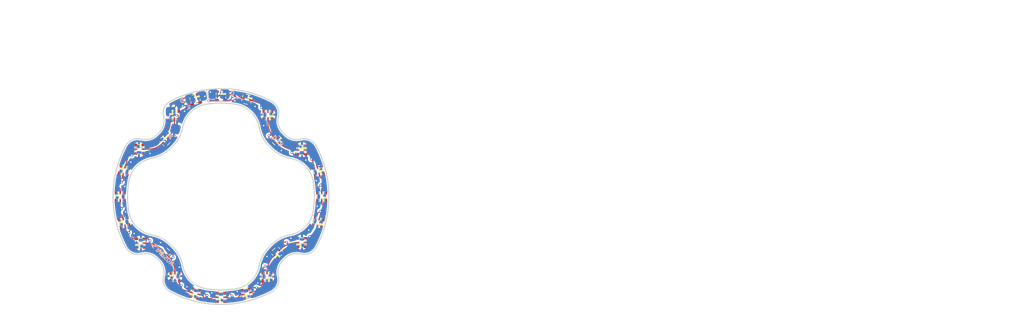
<source format=kicad_pcb>
(kicad_pcb (version 20221018) (generator pcbnew)
  (title_block (title "SPE Tube Interior Lighting") (date "2023-08-09") (rev "V1.0") (comment 1 "Intended to press-fit into bulkhead") (comment 2 "Should be used with 3D printed light guide/diffuser"))
  (layers (0 "F.Cu" signal) (31 "B.Cu" signal) (34 "B.Paste" user) (35 "F.Paste" user) (36 "B.SilkS" user "B.Silkscreen") (37 "F.SilkS" user "F.Silkscreen") (38 "B.Mask" user) (39 "F.Mask" user) (44 "Edge.Cuts" user))
  (net 0 "")
  (net 1 "GND")
  (net 2 "Net-(P2-P1)")
  (net 3 "Net-(P3-P1)")
  (net 4 "+3.3V")
  (net 5 "Net-(U1-CK0)")
  (net 6 "Net-(U1-SDO)")
  (net 7 "Net-(U2-CK0)")
  (net 8 "Net-(U2-SDO)")
  (net 9 "Net-(U3-CK0)")
  (net 10 "Net-(U3-SDO)")
  (net 11 "Net-(U4-CK0)")
  (net 12 "Net-(U4-SDO)")
  (net 13 "Net-(U5-CK0)")
  (net 14 "Net-(U5-SDO)")
  (net 15 "Net-(U6-CK0)")
  (net 16 "Net-(U6-SDO)")
  (net 17 "Net-(U7-CK0)")
  (net 18 "Net-(U7-SDO)")
  (net 19 "Net-(U8-CK0)")
  (net 20 "Net-(U8-SDO)")
  (net 21 "Net-(U10-CKI)")
  (net 22 "Net-(U10-SDI)")
  (net 23 "Net-(U10-CK0)")
  (net 24 "Net-(U10-SDO)")
  (net 25 "Net-(U11-CK0)")
  (net 26 "Net-(U11-SDO)")
  (net 27 "Net-(U12-CK0)")
  (net 28 "Net-(U12-SDO)")
  (net 29 "Net-(U13-CK0)")
  (net 30 "Net-(U13-SDO)")
  (net 31 "Net-(U14-CK0)")
  (net 32 "Net-(U14-SDO)")
  (net 33 "Net-(U15-CK0)")
  (net 34 "Net-(U15-SDO)")
  (net 35 "Net-(U16-CK0)")
  (net 36 "Net-(U16-SDO)")
  (net 37 "Net-(U17-CK0)")
  (net 38 "Net-(U17-SDO)")
  (net 39 "Net-(U18-CK0)")
  (net 40 "Net-(U18-SDO)")
  (net 41 "Net-(U19-CK0)")
  (net 42 "Net-(U19-SDO)")
  (net 43 "Net-(U20-CK0)")
  (net 44 "Net-(U20-SDO)")
  (net 45 "Net-(U21-CK0)")
  (net 46 "Net-(U21-SDO)")
  (net 47 "Net-(U22-CK0)")
  (net 48 "Net-(U22-SDO)")
  (net 49 "Net-(U23-CK0)")
  (net 50 "Net-(U23-SDO)")
  (net 51 "Net-(P5-P1)")
  (net 52 "Net-(P6-P1)")
  (footprint "Applidyne_LED:AP102_200X200X90L" (layer "F.Cu") (at 83.2 109.7 180)
    (fp_text reference "U17" hide)
    (fp_text value "APA102-2020" hide)
  )
  (footprint "Applidyne_LED:AP102_200X200X90L" (layer "F.Cu") (at 111.7 88.3 -45)
    (fp_text reference "U4" hide)
    (fp_text value "APA102-2020" hide)
  )
  (footprint "Applidyne_LED:AP102_200X200X90L" (layer "F.Cu") (at 120.3 94.6 -75)
    (fp_text reference "U6" hide)
    (fp_text value "APA102-2020" hide)
  )
  (footprint "Applidyne_LED:AP102_200X200X90L" (layer "F.Cu") (at 121 100 -90)
    (fp_text reference "U7" hide)
    (fp_text value "APA102-2020" hide)
  )
  (footprint "Applidyne_LED:AP102_200X200X90L" (layer "F.Cu") (at 88.4 88.3 45)
    (fp_text reference "U22" hide)
    (fp_text value "APA102-2020" hide)
  )
  (footprint "Applidyne_LED:AP102_200X200X90L" (layer "F.Cu") (at 79 100 90)
    (fp_text reference "U19" hide)
    (fp_text value "APA102-2020" hide)
  )
  (footprint "Applidyne_LED:AP102_200X200X90L" (layer "F.Cu") (at 79.8 94.6 75)
    (fp_text reference "U20" hide)
    (fp_text value "APA102-2020" hide)
  )
  (footprint "Applidyne_LED:AP102_200X200X90L" (layer "F.Cu") (at 100 79)
    (fp_text reference "U1" hide)
    (fp_text value "APA102-2020" hide)
  )
  (footprint "Applidyne_LED:AP102_200X200X90L" (layer "F.Cu") (at 90.4 116.7 90)
    (fp_text reference "U15" hide)
    (fp_text value "APA102-2020" hide)
  )
  (footprint "Applidyne_LED:AP102_200X200X90L" (layer "F.Cu") (at 79.8 105.4 105)
    (fp_text reference "U18" hide)
    (fp_text value "APA102-2020" hide)
  )
  (footprint "Applidyne_LED:AP102_200X200X90L" (layer "F.Cu") (at 111.7 111.7 -135)
    (fp_text reference "U10" hide)
    (fp_text value "APA102-2020" hide)
  )
  (footprint "Applidyne_LED:AP102_200X200X90L" (layer "F.Cu") (at 100 121 180)
    (fp_text reference "U13" hide)
    (fp_text value "APA102-2020" hide)
  )
  (footprint "Applidyne_LED:AP102_200X200X90L" (layer "F.Cu") (at 120.3 105.4 -105)
    (fp_text reference "U8" hide)
    (fp_text value "APA102-2020" hide)
  )
  (footprint "Applidyne_LED:AP102_200X200X90L" (layer "F.Cu") (at 109.8 83 -90)
    (fp_text reference "U3" hide)
    (fp_text value "APA102-2020" hide)
  )
  (footprint "Applidyne_LED:AP102_200X200X90L" (layer "F.Cu") (at 83 90.1)
    (fp_text reference "U21" hide)
    (fp_text value "APA102-2020" hide)
  )
  (footprint "Applidyne_LED:AP102_200X200X90L" (layer "F.Cu") (at 105.4 79.7 -15)
    (fp_text reference "U2" hide)
    (fp_text value "APA102-2020" hide)
  )
  (footprint "Applidyne_LED:AP102_200X200X90L" (layer "F.Cu") (at 105.4 120.2 -165)
    (fp_text reference "U12" hide)
    (fp_text value "APA102-2020" hide)
  )
  (footprint "Applidyne_LED:AP102_200X200X90L" (layer "F.Cu") (at 94.6 120.2 165)
    (fp_text reference "U14" hide)
    (fp_text value "APA102-2020" hide)
  )
  (footprint "Applidyne_LED:AP102_200X200X90L" (layer "F.Cu") (at 88.3 111.7 135)
    (fp_text reference "U16" hide)
    (fp_text value "APA102-2020" hide)
  )
  (footprint "Applidyne_LED:AP102_200X200X90L" (layer "F.Cu") (at 90.3 83 90)
    (fp_text reference "U23" hide)
    (fp_text value "APA102-2020" hide)
  )
  (footprint "Applidyne_LED:AP102_200X200X90L" (layer "F.Cu") (at 109.6 116.7 -90)
    (fp_text reference "U11" hide)
    (fp_text value "APA102-2020" hide)
  )
  (footprint "Applidyne_LED:AP102_200X200X90L" (layer "F.Cu") (at 116.8 109.6 180)
    (fp_text reference "U9" hide)
    (fp_text value "APA102-2020" hide)
  )
  (footprint "Applidyne_LED:AP102_200X200X90L" (layer "F.Cu") (at 94.6 79.7 15)
    (fp_text reference "U24" hide)
    (fp_text value "APA102-2020" hide)
  )
  (footprint "Applidyne_LED:AP102_200X200X90L" (layer "F.Cu") (at 116.8 90.3)
    (fp_text reference "U5" hide)
    (fp_text value "APA102-2020" hide)
  )
  (footprint "Applidyne_Capacitor:CAPC1608X90L" (layer "B.Cu") (at 100 121 -90)
    (fp_text reference "C13" hide)
    (fp_text value "100n_X7R_1608M" hide)
  )
  (footprint "Applidyne_Capacitor:CAPC1608X90L" (layer "B.Cu") (at 79.8 105.5 -165)
    (fp_text reference "C18" hide)
    (fp_text value "100n_X7R_1608M" hide)
  )
  (footprint "Applidyne_Connector:PAD_SOLDER_2mm_SQUARE" (layer "B.Cu") (at 100.8 78.65 178)
    (fp_text reference "P2" hide)
    (fp_text value "PAD_SOLDER_2mm" hide)
  )
  (footprint "Applidyne_Capacitor:CAPC1608X90L" (layer "B.Cu") (at 109.6 116.7)
    (fp_text reference "C11" hide)
    (fp_text value "100n_X7R_1608M" hide)
  )
  (footprint "Applidyne_Capacitor:CAPC1608X90L" (layer "B.Cu") (at 121 100)
    (fp_text reference "C7" hide)
    (fp_text value "100n_X7R_1608M" hide)
  )
  (footprint "Applidyne_Capacitor:CAPC1608X90L" (layer "B.Cu") (at 82.9 90.2 90)
    (fp_text reference "C21" hide)
    (fp_text value "100n_X7R_1608M" hide)
  )
  (footprint "Applidyne_Connector:PAD_SOLDER_2mm_SQUARE" (layer "B.Cu") (at 96 79.05 10)
    (fp_text reference "P6" hide)
    (fp_text value "PAD_SOLDER_2mm" hide)
  )
  (footprint "Applidyne_Capacitor:CAPC1608X90L" (layer "B.Cu") (at 79 100 180)
    (fp_text reference "C19" hide)
    (fp_text value "100n_X7R_1608M" hide)
  )
  (footprint "Applidyne_Capacitor:CAPC1608X90L" (layer "B.Cu") (at 94.6 120.2 -105)
    (fp_text reference "C14" hide)
    (fp_text value "100n_X7R_1608M" hide)
  )
  (footprint "Applidyne_Capacitor:CAPC1608X90L" (layer "B.Cu") (at 109.8 82.9)
    (fp_text reference "C3" hide)
    (fp_text value "100n_X7R_1608M" hide)
  )
  (footprint "Applidyne_Capacitor:CAPC1608X90L" (layer "B.Cu") (at 90.4 116.6 180)
    (fp_text reference "C15" hide)
    (fp_text value "100n_X7R_1608M" hide)
  )
  (footprint "Applidyne_Connector:PAD_SOLDER_2mm_SQUARE" (layer "B.Cu") (at 90.5 85.9 165)
    (fp_text reference "P4" hide)
    (fp_text value "PAD_SOLDER_2mm" hide)
  )
  (footprint "Applidyne_Capacitor:CAPC1608X90L" (layer "B.Cu") (at 105.4 120.3 -75)
    (fp_text reference "C12" hide)
    (fp_text value "100n_X7R_1608M" hide)
  )
  (footprint "Applidyne_Connector:PAD_SOLDER_2mm_SQUARE" (layer "B.Cu") (at 89.5 82.3 180)
    (fp_text reference "P1" hide)
    (fp_text value "PAD_SOLDER_2mm" hide)
  )
  (footprint "Applidyne_Capacitor:CAPC1608X90L" (layer "B.Cu") (at 83.3 109.7 -90)
    (fp_text reference "C17" hide)
    (fp_text value "100n_X7R_1608M" hide)
  )
  (footprint "Applidyne_Connector:PAD_SOLDER_2mm_SQUARE" (layer "B.Cu") (at 93.6 79.65 15)
    (fp_text reference "P5" hide)
    (fp_text value "PAD_SOLDER_2mm" hide)
  )
  (footprint "Applidyne_Capacitor:CAPC1608X90L" (layer "B.Cu") (at 116.9 109.5 -90)
    (fp_text reference "C9" hide)
    (fp_text value "100n_X7R_1608M" hide)
  )
  (footprint "Applidyne_Capacitor:CAPC1608X90L" (layer "B.Cu") (at 120.3 94.8 15)
    (fp_text reference "C6" hide)
    (fp_text value "100n_X7R_1608M" hide)
  )
  (footprint "Applidyne_Capacitor:CAPC1608X90L" (layer "B.Cu") (at 116.9 90.2 90)
    (fp_text reference "C5" hide)
    (fp_text value "100n_X7R_1608M" hide)
  )
  (footprint "Applidyne_Capacitor:CAPC1608X90L" (layer "B.Cu") (at 79.8 94.7 165)
    (fp_text reference "C20" hide)
    (fp_text value "100n_X7R_1608M" hide)
  )
  (footprint "Applidyne_Capacitor:CAPC1608X90L" (layer "B.Cu") (at 120.2 105.3 -15)
    (fp_text reference "C8" hide)
    (fp_text value "100n_X7R_1608M" hide)
  )
  (footprint "Applidyne_Connector:PAD_SOLDER_2mm_SQUARE" (layer "B.Cu") (at 98.4 78.65 5)
    (fp_text reference "P3" hide)
    (fp_text value "PAD_SOLDER_2mm" hide)
  )
  (gr_line (start 93.175 81.375) (end 93.525 81.425) (stroke (width 0.15)) (layer "B.SilkS"))
  (gr_line (start 103.325 79.225) (end 103.575 79.475) (stroke (width 0.15)) (layer "B.SilkS"))
  (gr_line (start 97.05 77.9) (end 97.45 80.35) (stroke (width 0.15)) (layer "B.SilkS"))
  (gr_line (start 103.575 79.475) (end 103.325 79.225) (stroke (width 0.15)) (layer "B.SilkS"))
  (gr_line (start 102.775 79.475) (end 103.575 79.475) (stroke (width 0.15)) (layer "B.SilkS"))
  (gr_line (start 93.475 81.775) (end 93.525 81.425) (stroke (width 0.15)) (layer "B.SilkS"))
  (gr_line (start 93.525 81.425) (end 92.925 81.925) (stroke (width 0.15)) (layer "B.SilkS"))
  (gr_line (start 92.925 81.925) (end 93.525 81.425) (stroke (width 0.15)) (layer "B.SilkS"))
  (gr_line (start 93.525 81.425) (end 93.475 81.775) (stroke (width 0.15)) (layer "B.SilkS"))
  (gr_line (start 103.575 79.475) (end 103.325 79.725) (stroke (width 0.15)) (layer "B.SilkS"))
  (gr_arc (start 119.864398 110.556726) (mid 118.521399 111.804513) (end 116.694381 111.954938) (stroke (width 0.25)) (layer "Edge.Cuts"))
  (gr_arc (start 87.08216 113.302847) (mid 88.01362 114.865394) (end 88.035062 116.684381) (stroke (width 0.25)) (layer "Edge.Cuts"))
  (gr_arc (start 107.983521 114.433109) (mid 106.264468 117.633862) (end 103.013404 119.255757) (stroke (width 0.25)) (layer "Edge.Cuts"))
  (gr_arc (start 88.035062 83.295619) (mid 88.185497 81.468606) (end 89.433274 80.125602) (stroke (width 0.25)) (layer "Edge.Cuts"))
  (gr_arc (start 111.964938 116.684381) (mid 111.986374 114.865393) (end 112.91784 113.302847) (stroke (width 0.25)) (layer "Edge.Cuts"))
  (gr_arc (start 96.986596 80.724243) (mid 100 80.49) (end 103.013404 80.724243) (stroke (width 0.25)) (layer "Edge.Cuts"))
  (gr_arc (start 89.433274 119.854398) (mid 88.185486 118.511399) (end 88.035062 116.684381) (stroke (width 0.25)) (layer "Edge.Cuts"))
  (gr_arc (start 96.986596 119.255757) (mid 93.735516 117.633879) (end 92.016479 114.433109) (stroke (width 0.25)) (layer "Edge.Cuts"))
  (gr_arc (start 119.265757 96.976596) (mid 119.5 99.99) (end 119.265757 103.003404) (stroke (width 0.25)) (layer "Edge.Cuts"))
  (gr_arc (start 113.312847 112.90784) (mid 114.875394 111.97638) (end 116.694381 111.954938) (stroke (width 0.25)) (layer "Edge.Cuts"))
  (gr_arc (start 89.867678 110.432152) (mid 89.711596 110.278404) (end 89.557848 110.122322) (stroke (width 0.25)) (layer "Edge.Cuts"))
  (gr_arc (start 92.016479 85.546891) (mid 91.252197 87.713925) (end 89.867678 89.547848) (stroke (width 0.25)) (layer "Edge.Cuts"))
  (gr_arc (start 116.694381 88.025062) (mid 114.875393 88.003626) (end 113.312847 87.07216) (stroke (width 0.25)) (layer "Edge.Cuts"))
  (gr_arc (start 114.443109 92.006479) (mid 117.643862 93.725532) (end 119.265757 96.976596) (stroke (width 0.25)) (layer "Edge.Cuts"))
  (gr_arc (start 86.687153 87.07216) (mid 85.124606 88.00362) (end 83.305619 88.025062) (stroke (width 0.25)) (layer "Edge.Cuts"))
  (gr_arc (start 110.566726 119.854398) (mid 100 122.49) (end 89.433274 119.854398) (stroke (width 0.25)) (layer "Edge.Cuts"))
  (gr_arc (start 110.442152 110.122322) (mid 112.27608 108.737813) (end 114.443109 107.973521) (stroke (width 0.25)) (layer "Edge.Cuts"))
  (gr_arc (start 80.135602 89.423274) (mid 81.478601 88.175486) (end 83.305619 88.025062) (stroke (width 0.25)) (layer "Edge.Cuts"))
  (gr_arc (start 89.557848 89.857678) (mid 89.711596 89.701596) (end 89.867678 89.547848) (stroke (width 0.25)) (layer "Edge.Cuts"))
  (gr_arc (start 87.08216 113.302847) (mid 86.883169 113.106831) (end 86.687153 112.90784) (stroke (width 0.25)) (layer "Edge.Cuts"))
  (gr_arc (start 110.566726 80.125602) (mid 111.814509 81.468603) (end 111.964938 83.295619) (stroke (width 0.25)) (layer "Edge.Cuts"))
  (gr_arc (start 85.556891 107.973521) (mid 82.356138 106.254468) (end 80.734243 103.003404) (stroke (width 0.25)) (layer "Edge.Cuts"))
  (gr_arc (start 110.132322 89.547848) (mid 108.747813 87.71392) (end 107.983521 85.546891) (stroke (width 0.25)) (layer "Edge.Cuts"))
  (gr_arc (start 114.443109 92.006479) (mid 112.276075 91.242197) (end 110.442152 89.857678) (stroke (width 0.25)) (layer "Edge.Cuts"))
  (gr_arc (start 86.687153 87.07216) (mid 86.883169 86.873169) (end 87.08216 86.677153) (stroke (width 0.25)) (layer "Edge.Cuts"))
  (gr_arc (start 103.013404 119.255757) (mid 100 119.49) (end 96.986596 119.255757) (stroke (width 0.25)) (layer "Edge.Cuts"))
  (gr_arc (start 107.983521 114.433109) (mid 108.747803 112.266075) (end 110.132322 110.432152) (stroke (width 0.25)) (layer "Edge.Cuts"))
  (gr_arc (start 83.305619 111.954938) (mid 81.478606 111.804503) (end 80.135602 110.556726) (stroke (width 0.25)) (layer "Edge.Cuts"))
  (gr_arc (start 119.265757 103.003404) (mid 117.643879 106.254484) (end 114.443109 107.973521) (stroke (width 0.25)) (layer "Edge.Cuts"))
  (gr_arc (start 89.557848 89.857678) (mid 87.72392 91.242187) (end 85.556891 92.006479) (stroke (width 0.25)) (layer "Edge.Cuts"))
  (gr_arc (start 88.035062 83.295619) (mid 88.013632 85.114609) (end 87.08216 86.677153) (stroke (width 0.25)) (layer "Edge.Cuts"))
  (gr_arc (start 113.312847 112.90784) (mid 113.116831 113.106831) (end 112.91784 113.302847) (stroke (width 0.25)) (layer "Edge.Cuts"))
  (gr_arc (start 110.132322 89.547848) (mid 110.288404 89.701596) (end 110.442152 89.857678) (stroke (width 0.25)) (layer "Edge.Cuts"))
  (gr_arc (start 83.305619 111.954938) (mid 85.124609 111.976368) (end 86.687153 112.90784) (stroke (width 0.25)) (layer "Edge.Cuts"))
  (gr_arc (start 103.013404 80.724243) (mid 106.264484 82.346121) (end 107.983521 85.546891) (stroke (width 0.25)) (layer "Edge.Cuts"))
  (gr_arc (start 111.964938 116.684381) (mid 111.814508 118.511396) (end 110.566726 119.854398) (stroke (width 0.25)) (layer "Edge.Cuts"))
  (gr_arc (start 85.556891 107.973521) (mid 87.723925 108.737803) (end 89.557848 110.122322) (stroke (width 0.25)) (layer "Edge.Cuts"))
  (gr_arc (start 80.734243 96.976596) (mid 82.356121 93.725516) (end 85.556891 92.006479) (stroke (width 0.25)) (layer "Edge.Cuts"))
  (gr_arc (start 92.016479 85.546891) (mid 93.735532 82.346138) (end 96.986596 80.724243) (stroke (width 0.25)) (layer "Edge.Cuts"))
  (gr_arc (start 112.91784 86.677153) (mid 113.116831 86.873169) (end 113.312847 87.07216) (stroke (width 0.25)) (layer "Edge.Cuts"))
  (gr_arc (start 80.734243 103.003404) (mid 80.5 99.99) (end 80.734243 96.976596) (stroke (width 0.25)) (layer "Edge.Cuts"))
  (gr_arc (start 112.91784 86.677153) (mid 111.986374 85.114607) (end 111.964938 83.295619) (stroke (width 0.25)) (layer "Edge.Cuts"))
  (gr_arc (start 110.442152 110.122322) (mid 110.288404 110.278404) (end 110.132322 110.432152) (stroke (width 0.25)) (layer "Edge.Cuts"))
  (gr_arc (start 89.867678 110.432152) (mid 91.252187 112.26608) (end 92.016479 114.433109) (stroke (width 0.25)) (layer "Edge.Cuts"))
  (gr_arc (start 80.135602 110.556726) (mid 77.5 99.99) (end 80.135602 89.423274) (stroke (width 0.25)) (layer "Edge.Cuts"))
  (gr_arc (start 119.864398 89.423274) (mid 122.5 99.99) (end 119.864398 110.556726) (stroke (width 0.25)) (layer "Edge.Cuts"))
  (gr_arc (start 89.433274 80.125602) (mid 100 77.49) (end 110.566726 80.125602) (stroke (width 0.25)) (layer "Edge.Cuts"))
  (gr_arc (start 116.694381 88.025062) (mid 118.521396 88.175492) (end 119.864398 89.423274) (stroke (width 0.25)) (layer "Edge.Cuts"))
  (gr_text "-" (at 89.75 84.25) (layer "B.SilkS") (effects (font (size 1 1) (thickness 0.2) bold) (justify left bottom mirror)))
  (gr_text "+" (at 90.25 88) (layer "B.SilkS") (effects (font (size 1 1) (thickness 0.2) bold) (justify left bottom mirror)))
  (gr_text "S.RAPSON" (at 88.25 111.75 135) (layer "B.SilkS") (effects (font (size 0.8 0.8) (thickness 0.2) bold) (justify bottom mirror)))
  (gr_text "V1.0" (at 111.5 88.75 315) (layer "B.SilkS") (effects (font (size 0.8 0.8) (thickness 0.2) bold) (justify bottom mirror)))
  (gr_text "D" (at 92.5 80.35 15) (layer "B.SilkS") (effects (font (size 0.8 0.8) (thickness 0.2) bold) (justify left bottom mirror)))
  (gr_text "C" (at 102.95 78.9) (layer "B.SilkS") (effects (font (size 0.8 0.8) (thickness 0.2) bold) (justify left bottom mirror)))
  (segment (start 118.5 108.3) (end 118.1 108.7) (width 0.2) (layer "F.Cu") (net 1))
  (segment (start 88.85 89.1) (end 88.8 88.65) (width 0.2) (layer "F.Cu") (net 1))
  (segment (start 95.900663 119.550663) (end 95.653974 119.550663) (width 0.2) (layer "F.Cu") (net 1))
  (segment (start 88.435355 89.537437) (end 88.85 89.1) (width 0.2) (layer "F.Cu") (net 1))
  (segment (start 91.2 83.85) (end 91.2 83.25) (width 0.2) (layer "F.Cu") (net 1))
  (segment (start 91.2 83.25) (end 91 83.05) (width 0.2) (layer "F.Cu") (net 1))
  (segment (start 91 83.05) (end 90.75 83.05) (width 0.2) (layer "F.Cu") (net 1))
  (segment (start 119.9 103.6) (end 119.8 103.949337) (width 0.2) (layer "F.Cu") (net 1))
  (segment (start 79.3 102.5) (end 79.9 101.9) (width 0.2) (layer "F.Cu") (net 1))
  (segment (start 97.45 80.05) (end 97.6 79.9) (width 0.2) (layer "F.Cu") (net 1))
  (segment (start 100.85 120.1) (end 101.7 120.1) (width 0.2) (layer "F.Cu") (net 1))
  (segment (start 119.210671 92.610671) (end 118.8 92.2) (width 0.2) (layer "F.Cu") (net 1))
  (segment (start 80.889329 105.9881) (end 81.1 106.8) (width 0.2) (layer "F.Cu") (net 1))
  (segment (start 119.8 103.949337) (end 119.650663 104.346026) (width 0.2) (layer "F.Cu") (net 1))
  (segment (start 108.7 115.85) (end 108.7 115) (width 0.2) (layer "F.Cu") (net 1))
  (segment (start 97.6 79.9) (end 99.15 79.9) (width 0.2) (layer "F.Cu") (net 1))
  (segment (start 120.8 97.6) (end 120.1 98.3) (width 0.2) (layer "F.Cu") (net 1))
  (segment (start 94.0119 80.789329) (end 92 81.1) (width 0.2) (layer "F.Cu") (net 1))
  (segment (start 106.098771 119) (end 107.4 119) (width 0.2) (layer "F.Cu") (net 1))
  (segment (start 120.1 98.3) (end 120.1 99.15) (width 0.2) (layer "F.Cu") (net 1))
  (segment (start 114.8 90.8) (end 115.2 91.2) (width 0.2) (layer "F.Cu") (net 1))
  (segment (start 80.449337 95.850663) (end 80.449337 95.653974) (width 0.2) (layer "F.Cu") (net 1))
  (segment (start 108.9 82.15) (end 108.9 81.9) (width 0.2) (layer "F.Cu") (net 1))
  (segment (start 104.249337 80.349337) (end 104.346026 80.349337) (width 0.2) (layer "F.Cu") (net 1))
  (segment (start 118.1 108.7) (end 117.65 108.7) (width 0.2) (layer "F.Cu") (net 1))
  (segment (start 119.210671 94.0119) (end 119.210671 92.610671) (width 0.2) (layer "F.Cu") (net 1))
  (segment (start 88.8 88.65) (end 88.1 88.05) (width 0.2) (layer "F.Cu") (net 1))
  (segment (start 97.1 120.6) (end 96.95 120.6) (width 0.2) (layer "F.Cu") (net 1))
  (segment (start 79.3 97) (end 80.449337 95.850663) (width 0.2) (layer "F.Cu") (net 1))
  (segment (start 91.3 117.55) (end 91.3 118.1) (width 0.2) (layer "F.Cu") (net 1))
  (segment (start 84.8 108.8) (end 84.05 108.8) (width 0.2) (layer "F.Cu") (net 1))
  (segment (start 101.7 120.1) (end 102.3 120.7) (width 0.2) (layer "F.Cu") (net 1))
  (segment (start 90 112.127208) (end 89.537437 111.664645) (width 0.2) (layer "F.Cu") (net 1))
  (segment (start 102.5 79.1) (end 103 79.1) (width 0.2) (layer "F.Cu") (net 1))
  (segment (start 81.1 106.8) (end 80.8 107.5) (width 0.2) (layer "F.Cu") (net 1))
  (segment (start 108.9 81.9) (end 108.4 81.4) (width 0.2) (layer "F.Cu") (net 1))
  (segment (start 115.2 91.2) (end 115.95 91.2) (width 0.2) (layer "F.Cu") (net 1))
  (segment (start 113.7 109.5) (end 112.627208 109.5) (width 0.2) (layer "F.Cu") (net 1))
  (segment (start 112.627208 109.5) (end 111.664645 110.462563) (width 0.2) (layer "F.Cu") (net 1))
  (segment (start 90 112.7) (end 90 112.127208) (width 0.2) (layer "F.Cu") (net 1))
  (segment (start 120.7 103.1) (end 119.9 103.6) (width 0.2) (layer "F.Cu") (net 1))
  (segment (start 108.7 115) (end 109.2 114.5) (width 0.2) (layer "F.Cu") (net 1))
  (segment (start 105.9881 119.110671) (end 106.098771 119) (width 0.2) (layer "F.Cu") (net 1))
  (segment (start 85.2 109.2) (end 84.8 108.8) (width 0.2) (layer "F.Cu") (net 1))
  (segment (start 110 87.3) (end 110 87.872792) (width 0.2) (layer "F.Cu") (net 1))
  (segment (start 103 79.1) (end 104.249337 80.349337) (width 0.2) (layer "F.Cu") (net 1))
  (segment (start 110 87.872792) (end 110.462563 88.335355) (width 0.2) (layer "F.Cu") (net 1))
  (segment (start 91.3 118.1) (end 91.7 118.5) (width 0.2) (layer "F.Cu") (net 1))
  (segment (start 79.9 101.9) (end 79.9 100.85) (width 0.2) (layer "F.Cu") (net 1))
  (segment (start 82.15 91) (end 81.4 91.4) (width 0.2) (layer "F.Cu") (net 1))
  (segment (start 96.95 120.6) (end 95.900663 119.550663) (width 0.2) (layer "F.Cu") (net 1))
  (via (at 81.4 91.4) (size 0.5) (drill 0.3) (layers "F.Cu" "B.Cu") (net 1))
  (via (at 91.7 118.5) (size 0.5) (drill 0.3) (layers "F.Cu" "B.Cu") (net 1))
  (via (at 109.2 114.5) (size 0.5) (drill 0.3) (layers "F.Cu" "B.Cu") (net 1))
  (via (at 113.7 109.5) (size 0.5) (drill 0.3) (layers "F.Cu" "B.Cu") (net 1))
  (via (at 102.3 120.7) (size 0.5) (drill 0.3) (layers "F.Cu" "B.Cu") (net 1))
  (via (at 79.3 97) (size 0.5) (drill 0.3) (layers "F.Cu" "B.Cu") (net 1))
  (via (at 110 87.3) (size 0.5) (drill 0.3) (layers "F.Cu" "B.Cu") (net 1))
  (via (at 118.5 108.3) (size 0.5) (drill 0.3) (layers "F.Cu" "B.Cu") (net 1))
  (via (at 97.45 80.05) (size 0.5) (drill 0.3) (layers "F.Cu" "B.Cu") (net 1))
  (via (at 108.4 81.4) (size 0.5) (drill 0.3) (layers "F.Cu" "B.Cu") (net 1))
  (via (at 120.8 97.6) (size 0.5) (drill 0.3) (layers "F.Cu" "B.Cu") (net 1))
  (via (at 118.8 92.2) (size 0.5) (drill 0.3) (layers "F.Cu" "B.Cu") (net 1))
  (via (at 97.1 120.6) (size 0.5) (drill 0.3) (layers "F.Cu" "B.Cu") (net 1))
  (via (at 107.4 119) (size 0.5) (drill 0.3) (layers "F.Cu" "B.Cu") (net 1))
  (via (at 90 112.7) (size 0.5) (drill 0.3) (layers "F.Cu" "B.Cu") (net 1))
  (via (at 88.1 88.05) (size 0.5) (drill 0.3) (layers "F.Cu" "B.Cu") (net 1))
  (via (at 120.7 103.1) (size 0.5) (drill 0.3) (layers "F.Cu" "B.Cu") (net 1))
  (via (at 114.8 90.8) (size 0.5) (drill 0.3) (layers "F.Cu" "B.Cu") (net 1))
  (via (at 90.75 83.05) (size 0.5) (drill 0.3) (layers "F.Cu" "B.Cu") (net 1))
  (via (at 79.3 102.5) (size 0.5) (drill 0.3) (layers "F.Cu" "B.Cu") (net 1))
  (via (at 102.5 79.1) (size 0.5) (drill 0.3) (layers "F.Cu" "B.Cu") (net 1))
  (via (at 85.2 109.2) (size 0.5) (drill 0.3) (layers "F.Cu" "B.Cu") (net 1))
  (via (at 80.8 107.5) (size 0.5) (drill 0.3) (layers "F.Cu" "B.Cu") (net 1))
  (via (at 92 81.1) (size 0.5) (drill 0.3) (layers "F.Cu" "B.Cu") (net 1))
  (segment (start 90.75 83.05) (end 90.25 83.05) (width 0.2) (layer "B.Cu") (net 1))
  (segment (start 102.5 79.2) (end 102.5 79.1) (width 0.2) (layer "B.Cu") (net 1))
  (segment (start 97.45 80.05) (end 101.65 80.05) (width 0.2) (layer "B.Cu") (net 1))
  (segment (start 90.25 83.05) (end 89.5 82.3) (width 0.2) (layer "B.Cu") (net 1))
  (segment (start 101.65 80.05) (end 102.5 79.2) (width 0.2) (layer "B.Cu") (net 1))
  (segment (start 99.6 79) (end 99.15 79) (width 0.2) (layer "F.Cu") (net 2))
  (segment (start 99.6 79) (end 100 78.6) (width 0.2) (layer "F.Cu") (net 2))
  (via (at 100 78.6) (size 0.5) (drill 0.3) (layers "F.Cu" "B.Cu") (net 2))
  (segment (start 97.8 78.2) (end 99.15 78.1) (width 0.2) (layer "F.Cu") (net 3))
  (via (at 97.8 78.2) (size 0.5) (drill 0.3) (layers "F.Cu" "B.Cu") (net 3))
  (segment (start 108 118.5) (end 107.7 118) (width 0.2) (layer "F.Cu") (net 4))
  (segment (start 117.7 92.4) (end 117.8 92.3) (width 0.2) (layer "F.Cu") (net 4))
  (segment (start 112.6 90.4) (end 112.527208 90.4) (width 0.2) (layer "F.Cu") (net 4))
  (segment (start 83.85 91) (end 85.2 91) (width 0.2) (layer "F.Cu") (net 4))
  (segment (start 120.1 100.85) (end 120.1 102) (width 0.2) (layer "F.Cu") (net 4))
  (segment (start 108.7 117.55) (end 108.7 118.2) (width 0.2) (layer "F.Cu") (net 4))
  (segment (start 82.35 108.8) (end 81.7 108.8) (width 0.2) (layer "F.Cu") (net 4))
  (segment (start 81.4 108.5) (end 81.4 108.1) (width 0.2) (layer "F.Cu") (net 4))
  (segment (start 117.8 92.3) (end 117.8 91.35) (width 0.2) (layer "F.Cu") (net 4))
  (segment (start 115.95 108.7) (end 114.6 108.7) (width 0.2) (layer "F.Cu") (net 4))
  (segment (start 117.8 91.35) (end 117.65 91.2) (width 0.2) (layer "F.Cu") (net 4))
  (segment (start 92.35 82.15) (end 92.4 82.2) (width 0.2) (layer "F.Cu") (net 4))
  (segment (start 104.346026 119.550663) (end 103.4 119.8) (width 0.2) (layer "F.Cu") (net 4))
  (segment (start 108.7 118.2) (end 108.4 118.5) (width 0.2) (layer "F.Cu") (net 4))
  (segment (start 118.4 107) (end 119.210671 106.189329) (width 0.2) (layer "F.Cu") (net 4))
  (segment (start 112.527208 90.4) (end 111.664645 89.537437) (width 0.2) (layer "F.Cu") (net 4))
  (segment (start 80.889329 94.0119) (end 81.2 92.8) (width 0.2) (layer "F.Cu") (net 4))
  (segment (start 119.650663 95.653974) (end 119.9 96.7) (width 0.2) (layer "F.Cu") (net 4))
  (segment (start 119.210671 106.189329) (end 119.210671 105.9881) (width 0.2) (layer "F.Cu") (net 4))
  (segment (start 95 80.6) (end 95.653974 80.349337) (width 0.2) (layer "F.Cu") (net 4))
  (segment (start 110.462563 111.664645) (end 109.6 112.5) (width 0.2) (layer "F.Cu") (net 4))
  (segment (start 108.4 118.5) (end 108 118.5) (width 0.2) (layer "F.Cu") (net 4))
  (segment (start 102.9 80) (end 102.8 79.9) (width 0.2) (layer "F.Cu") (net 4))
  (segment (start 102.8 79.9) (end 100.85 79.9) (width 0.2) (layer "F.Cu") (net 4))
  (segment (start 118.3 107) (end 118.4 107) (width 0.2) (layer "F.Cu") (net 4))
  (segment (start 79.9 99.15) (end 79.9 97.9) (width 0.2) (layer "F.Cu") (net 4))
  (segment (start 99.15 120.1) (end 98.1 120.1) (width 0.2) (layer "F.Cu") (net 4))
  (segment (start 81.4 108.1) (end 81.9 107.7) (width 0.2) (layer "F.Cu") (net 4))
  (segment (start 81.7 108.8) (end 81.4 108.5) (width 0.2) (layer "F.Cu") (net 4))
  (segment (start 91.3 115.85) (end 91.3 114.7) (width 0.2) (layer "F.Cu") (net 4))
  (segment (start 88.335355 110.462563) (end 87.4 109.6) (width 0.2) (layer "F.Cu") (net 4))
  (segment (start 89.637437 88.335355) (end 90.4 87.4) (width 0.2) (layer "F.Cu") (net 4))
  (segment (start 94.0119 119.110671) (end 92.9 118.8) (width 0.2) (layer "F.Cu") (net 4))
  (segment (start 80.449337 104.346026) (end 80.1 103.2) (width 0.2) (layer "F.Cu") (net 4))
  (segment (start 108.9 85.2) (end 108.9 83.85) (width 0.2) (layer "F.Cu") (net 4))
  (segment (start 107.1 81.2) (end 106.689329 81) (width 0.2) (layer "F.Cu") (net 4))
  (segment (start 106.689329 81) (end 105.9881 80.789329) (width 0.2) (layer "F.Cu") (net 4))
  (segment (start 91.2 82.15) (end 92.35 82.15) (width 0.2) (layer "F.Cu") (net 4))
  (via (at 114.6 108.7) (size 0.5) (drill 0.3) (layers "F.Cu" "B.Cu") (net 4))
  (via (at 107.1 81.2) (size 0.5) (drill 0.3) (layers "F.Cu" "B.Cu") (net 4))
  (via (at 108.9 85.2) (size 0.5) (drill 0.3) (layers "F.Cu" "B.Cu") (net 4))
  (via (at 112.6 90.4) (size 0.5) (drill 0.3) (layers "F.Cu" "B.Cu") (net 4))
  (via (at 109.6 112.5) (size 0.5) (drill 0.3) (layers "F.Cu" "B.Cu") (net 4))
  (via (at 80.1 103.2) (size 0.5) (drill 0.3) (layers "F.Cu" "B.Cu") (net 4))
  (via (at 79.9 97.9) (size 0.5) (drill 0.3) (layers "F.Cu" "B.Cu") (net 4))
  (via (at 81.9 107.7) (size 0.5) (drill 0.3) (layers "F.Cu" "B.Cu") (net 4))
  (via (at 103.4 119.8) (size 0.5) (drill 0.3) (layers "F.Cu" "B.Cu") (net 4))
  (via (at 120.1 102) (size 0.5) (drill 0.3) (layers "F.Cu" "B.Cu") (net 4))
  (via (at 118.3 107) (size 0.5) (drill 0.3) (layers "F.Cu" "B.Cu") (net 4))
  (via (at 107.7 118) (size 0.5) (drill 0.3) (layers "F.Cu" "B.Cu") (net 4))
  (via (at 92.9 118.8) (size 0.5) (drill 0.3) (layers "F.Cu" "B.Cu") (net 4))
  (via (at 90.4 87.4) (size 0.5) (drill 0.3) (layers "F.Cu" "B.Cu") (net 4))
  (via (at 117.7 92.4) (size 0.5) (drill 0.3) (layers "F.Cu" "B.Cu") (net 4))
  (via (at 102.9 80) (size 0.5) (drill 0.3) (layers "F.Cu" "B.Cu") (net 4))
  (via (at 81.2 92.8) (size 0.5) (drill 0.3) (layers "F.Cu" "B.Cu") (net 4))
  (via (at 92.4 82.2) (size 0.5) (drill 0.3) (layers "F.Cu" "B.Cu") (net 4))
  (via (at 91.3 114.7) (size 0.5) (drill 0.3) (layers "F.Cu" "B.Cu") (net 4))
  (via (at 85.2 91) (size 0.5) (drill 0.3) (layers "F.Cu" "B.Cu") (net 4))
  (via (at 95 80.6) (size 0.5) (drill 0.3) (layers "F.Cu" "B.Cu") (net 4))
  (via (at 119.9 96.7) (size 0.5) (drill 0.3) (layers "F.Cu" "B.Cu") (net 4))
  (via (at 98.1 120.1) (size 0.5) (drill 0.3) (layers "F.Cu" "B.Cu") (net 4))
  (via (at 87.4 109.6) (size 0.5) (drill 0.3) (layers "F.Cu" "B.Cu") (net 4))
  (segment (start 81.05 93.65) (end 81.2 92.8) (width 0.25) (layer "B.Cu") (net 4))
  (segment (start 80.475 94.6) (end 81.05 93.65) (width 0.25) (layer "B.Cu") (net 4))
  (segment (start 101.6 79) (end 102.3 78.5) (width 0.2) (layer "F.Cu") (net 5))
  (segment (start 102.3 78.5) (end 103.5 78.7) (width 0.2) (layer "F.Cu") (net 5))
  (segment (start 100.85 79) (end 101.6 79) (width 0.2) (layer "F.Cu") (net 5))
  (segment (start 103.8 79.2) (end 104.578963 79.480004) (width 0.2) (layer "F.Cu") (net 5))
  (segment (start 103.5 78.7) (end 103.8 79.2) (width 0.2) (layer "F.Cu") (net 5))
  (segment (start 102.792526 78.070062) (end 104.8119 78.610671) (width 0.2) (layer "F.Cu") (net 6))
  (segment (start 100.85 78.1) (end 102.792526 78.070062) (width 0.2) (layer "F.Cu") (net 6))
  (segment (start 109.8 82.15) (end 109.8 81.441421) (width 0.2) (layer "F.Cu") (net 7))
  (segment (start 106.221037 79.919996) (end 109.2 80.9) (width 0.2) (layer "F.Cu") (net 7))
  (segment (start 109.7 81.2) (end 109.541421 81.041421) (width 0.2) (layer "F.Cu") (net 7))
  (arc (start 109.8 81.441421) (mid 109.774011 81.310765) (end 109.7 81.2) (width 0.2) (layer "F.Cu") (net 7))
  (arc (start 109.541421 81.041421) (mid 109.384776 80.936754) (end 109.2 80.9) (width 0.2) (layer "F.Cu") (net 7))
  (segment (start 110.487868 80.887868) (end 110.1 80.5) (width 0.2) (layer "F.Cu") (net 8))
  (segment (start 110.7 82.15) (end 110.7 81.4) (width 0.2) (layer "F.Cu") (net 8))
  (segment (start 110.1 80.5) (end 106.453974 79.050663) (width 0.2) (layer "F.Cu") (net 8))
  (arc (start 110.7 81.4) (mid 110.644869 81.122836) (end 110.487868 80.887868) (width 0.2) (layer "F.Cu") (net 8))
  (segment (start 109.8 83.85) (end 109.8 84.562995) (width 0.2) (layer "F.Cu") (net 9))
  (arc (start 109.8 84.562995) (mid 110.137588 86.260167) (end 111.098959 87.698959) (width 0.2) (layer "F.Cu") (net 9))
  (segment (start 110.7 84.562995) (end 110.7 83.85) (width 0.2) (layer "F.Cu") (net 10))
  (arc (start 111.735355 87.062563) (mid 110.96908 85.915752) (end 110.7 84.562995) (width 0.2) (layer "F.Cu") (net 10))
  (segment (start 115.678426 90.3) (end 115.95 90.3) (width 0.2) (layer "F.Cu") (net 11))
  (arc (start 112.301041 88.901041) (mid 113.850598 89.936422) (end 115.678426 90.3) (width 0.2) (layer "F.Cu") (net 11))
  (segment (start 115.678426 89.4) (end 115.95 89.4) (width 0.2) (layer "F.Cu") (net 12))
  (arc (start 112.937437 88.264645) (mid 114.195013 89.104931) (end 115.678426 89.4) (width 0.2) (layer "F.Cu") (net 12))
  (segment (start 120.080004 93.778963) (end 119.1 90.8) (width 0.2) (layer "F.Cu") (net 13))
  (segment (start 117.65 90.3) (end 117.892894 90.3) (width 0.2) (layer "F.Cu") (net 13))
  (arc (start 117.892894 90.3) (mid 118.546175 90.429946) (end 119.1 90.8) (width 0.2) (layer "F.Cu") (net 13))
  (segment (start 119.442462 90.142462) (end 119.8 90.5) (width 0.2) (layer "F.Cu") (net 14))
  (segment (start 120.949337 93.546026) (end 119.8 90.5) (width 0.2) (layer "F.Cu") (net 14))
  (arc (start 117.65 89.4) (mid 118.620073 89.59296) (end 119.442462 90.142462) (width 0.2) (layer "F.Cu") (net 14))
  (segment (start 121 98.4) (end 121 99.15) (width 0.2) (layer "F.Cu") (net 15))
  (segment (start 120.7 96) (end 121.2 96.3) (width 0.2) (layer "F.Cu") (net 15))
  (segment (start 121.4 97.8) (end 121 98.4) (width 0.2) (layer "F.Cu") (net 15))
  (segment (start 120.519996 95.421037) (end 120.7 96) (width 0.2) (layer "F.Cu") (net 15))
  (segment (start 121.2 96.3) (end 121.4 97.8) (width 0.2) (layer "F.Cu") (net 15))
  (segment (start 121.8 97.1) (end 121.389329 95.1881) (width 0.2) (layer "F.Cu") (net 16))
  (segment (start 121.9 99.15) (end 121.8 97.1) (width 0.2) (layer "F.Cu") (net 16))
  (segment (start 121.2 103.5) (end 120.7 103.9) (width 0.2) (layer "F.Cu") (net 17))
  (segment (start 121.441554 102.097282) (end 121.2 103.5) (width 0.2) (layer "F.Cu") (net 17))
  (segment (start 121 100.85) (end 121 101.5) (width 0.2) (layer "F.Cu") (net 17))
  (segment (start 121 101.5) (end 121.441554 102.097282) (width 0.2) (layer "F.Cu") (net 17))
  (segment (start 120.7 103.9) (end 120.519996 104.578963) (width 0.2) (layer "F.Cu") (net 17))
  (segment (start 121.8 103) (end 121.389329 104.8119) (width 0.2) (layer "F.Cu") (net 18))
  (segment (start 121.9 100.85) (end 121.8 103) (width 0.2) (layer "F.Cu") (net 18))
  (segment (start 117.65 109.6) (end 118.217158 109.6) (width 0.2) (layer "F.Cu") (net 19))
  (segment (start 120.080004 106.221037) (end 119.8 107.2) (width 0.2) (layer "F.Cu") (net 19))
  (segment (start 119.8 107.2) (end 118.7 109.4) (width 0.2) (layer "F.Cu") (net 19))
  (arc (start 118.217158 109.6) (mid 118.47847 109.548022) (end 118.7 109.4) (width 0.2) (layer "F.Cu") (net 19))
  (segment (start 120.6 107.6) (end 119.3 109.9) (width 0.2) (layer "F.Cu") (net 20))
  (segment (start 117.65 110.5) (end 117.851472 110.5) (width 0.2) (layer "F.Cu") (net 20))
  (segment (start 120.949337 106.453974) (end 120.6 107.6) (width 0.2) (layer "F.Cu") (net 20))
  (arc (start 117.851472 110.5) (mid 118.635409 110.344066) (end 119.3 109.9) (width 0.2) (layer "F.Cu") (net 20))
  (segment (start 115.919848 109.6) (end 115.95 109.6) (width 0.2) (layer "F.Cu") (net 21))
  (arc (start 112.301041 111.098959) (mid 113.961363 109.989567) (end 115.919848 109.6) (width 0.2) (layer "F.Cu") (net 21))
  (segment (start 115.919847 110.5) (end 115.95 110.5) (width 0.2) (layer "F.Cu") (net 22))
  (arc (start 112.937437 111.735355) (mid 114.305778 110.821059) (end 115.919847 110.5) (width 0.2) (layer "F.Cu") (net 22))
  (segment (start 111.049569 112.350431) (end 111.098959 112.301041) (width 0.2) (layer "F.Cu") (net 23))
  (arc (start 109.6 115.85) (mid 109.976731 113.956047) (end 111.049569 112.350431) (width 0.2) (layer "F.Cu") (net 23))
  (segment (start 111.685965 112.986827) (end 111.735355 112.937437) (width 0.2) (layer "F.Cu") (net 24))
  (arc (start 110.5 115.85) (mid 110.808222 114.300462) (end 111.685965 112.986827) (width 0.2) (layer "F.Cu") (net 24))
  (segment (start 106.221037 119.980004) (end 107.2 119.7) (width 0.2) (layer "F.Cu") (net 25))
  (segment (start 109.6 117.55) (end 109.6 117.692894) (width 0.2) (layer "F.Cu") (net 25))
  (segment (start 107.2 119.7) (end 109.1 118.9) (width 0.2) (layer "F.Cu") (net 25))
  (arc (start 109.6 117.692894) (mid 109.470054 118.346175) (end 109.1 118.9) (width 0.2) (layer "F.Cu") (net 25))
  (segment (start 106.453974 120.849337) (end 107.4 120.6) (width 0.2) (layer "F.Cu") (net 26))
  (segment (start 109.7 119.4) (end 107.4 120.6) (width 0.2) (layer "F.Cu") (net 26))
  (segment (start 109.757538 119.342462) (end 109.7 119.4) (width 0.2) (layer "F.Cu") (net 26))
  (arc (start 110.5 117.55) (mid 110.30704 118.520073) (end 109.757538 119.342462) (width 0.2) (layer "F.Cu") (net 26))
  (segment (start 103.9 120.6) (end 104.578963 120.419996) (width 0.2) (layer "F.Cu") (net 27))
  (segment (start 103.5 121.1) (end 103.9 120.6) (width 0.2) (layer "F.Cu") (net 27))
  (segment (start 102 121.3) (end 103.5 121.1) (width 0.2) (layer "F.Cu") (net 27))
  (segment (start 100.85 121) (end 101.4 121) (width 0.2) (layer "F.Cu") (net 27))
  (segment (start 101.4 121) (end 102 121.3) (width 0.2) (layer "F.Cu") (net 27))
  (segment (start 103 121.7) (end 104.8119 121.289329) (width 0.2) (layer "F.Cu") (net 28))
  (segment (start 100.85 121.9) (end 103 121.7) (width 0.2) (layer "F.Cu") (net 28))
  (segment (start 96.5 121.1) (end 97.9 121.3) (width 0.2) (layer "F.Cu") (net 29))
  (segment (start 98.4 121) (end 99.15 121) (width 0.2) (layer "F.Cu") (net 29))
  (segment (start 97.9 121.3) (end 98.4 121) (width 0.2) (layer "F.Cu") (net 29))
  (segment (start 95.421037 120.419996) (end 96.1 120.6) (width 0.2) (layer "F.Cu") (net 29))
  (segment (start 96.1 120.6) (end 96.5 121.1) (width 0.2) (layer "F.Cu") (net 29))
  (segment (start 99.15 121.9) (end 97.1 121.7) (width 0.2) (layer "F.Cu") (net 30))
  (segment (start 97.1 121.7) (end 95.1881 121.289329) (width 0.2) (layer "F.Cu") (net 30))
  (segment (start 90.7 118.8) (end 92.8 119.7) (width 0.2) (layer "F.Cu") (net 31))
  (segment (start 93.778963 119.980004) (end 92.8 119.7) (width 0.2) (layer "F.Cu") (net 31))
  (segment (start 90.4 117.55) (end 90.4 118.075736) (width 0.2) (layer "F.Cu") (net 31))
  (arc (start 90.4 118.075736) (mid 90.477967 118.467705) (end 90.7 118.8) (width 0.2) (layer "F.Cu") (net 31))
  (segment (start 92.7 120.6) (end 89.9 119) (width 0.2) (layer "F.Cu") (net 32))
  (segment (start 93.546026 120.849337) (end 92.7 120.6) (width 0.2) (layer "F.Cu") (net 32))
  (segment (start 89.5 117.55) (end 89.5 118.034315) (width 0.2) (layer "F.Cu") (net 32))
  (arc (start 89.5 118.034315) (mid 89.603956 118.55694) (end 89.9 119) (width 0.2) (layer "F.Cu") (net 32))
  (segment (start 88.950431 112.350431) (end 88.901041 112.301041) (width 0.2) (layer "F.Cu") (net 33))
  (arc (start 90.4 115.85) (mid 90.023269 113.956047) (end 88.950431 112.350431) (width 0.2) (layer "F.Cu") (net 33))
  (segment (start 88.314035 112.986827) (end 88.264645 112.937437) (width 0.2) (layer "F.Cu") (net 34))
  (arc (start 89.5 115.85) (mid 89.191778 114.300462) (end 88.314035 112.986827) (width 0.2) (layer "F.Cu") (net 34))
  (segment (start 84.05 109.7) (end 84.321574 109.7) (width 0.2) (layer "F.Cu") (net 35))
  (arc (start 84.321574 109.7) (mid 86.149401 110.063577) (end 87.698959 111.098959) (width 0.2) (layer "F.Cu") (net 35))
  (segment (start 84.05 110.6) (end 84.321574 110.6) (width 0.2) (layer "F.Cu") (net 36))
  (arc (start 84.321574 110.6) (mid 85.804986 110.895069) (end 87.062563 111.735355) (width 0.2) (layer "F.Cu") (net 36))
  (segment (start 81.1 109.3) (end 80.6 108.5) (width 0.2) (layer "F.Cu") (net 37))
  (segment (start 80.2 107.6) (end 80.2 106.9) (width 0.2) (layer "F.Cu") (net 37))
  (segment (start 80.6 108.5) (end 80.2 107.6) (width 0.2) (layer "F.Cu") (net 37))
  (segment (start 80.2 106.9) (end 80.019996 106.221037) (width 0.2) (layer "F.Cu") (net 37))
  (segment (start 82.35 109.7) (end 82.065685 109.7) (width 0.2) (layer "F.Cu") (net 37))
  (arc (start 82.065685 109.7) (mid 81.54306 109.596043) (end 81.1 109.3) (width 0.2) (layer "F.Cu") (net 37))
  (segment (start 79.150663 106.453974) (end 79.4 107.4) (width 0.2) (layer "F.Cu") (net 38))
  (segment (start 80.7 110) (end 79.4 107.4) (width 0.2) (layer "F.Cu") (net 38))
  (segment (start 82.35 110.6) (end 82.148528 110.6) (width 0.2) (layer "F.Cu") (net 38))
  (arc (start 82.148528 110.6) (mid 81.364591 110.444065) (end 80.7 110) (width 0.2) (layer "F.Cu") (net 38))
  (segment (start 78.627073 102.197482) (end 78.9 103.5) (width 0.2) (layer "F.Cu") (net 39))
  (segment (start 79 100.85) (end 79 101.6) (width 0.2) (layer "F.Cu") (net 39))
  (segment (start 79 101.6) (end 78.627073 102.197482) (width 0.2) (layer "F.Cu") (net 39))
  (segment (start 78.9 103.5) (end 79.4 103.9) (width 0.2) (layer "F.Cu") (net 39))
  (segment (start 79.4 103.9) (end 79.580004 104.578963) (width 0.2) (layer "F.Cu") (net 39))
  (segment (start 78.710671 104.8119) (end 78.3 103) (width 0.2) (layer "F.Cu") (net 40))
  (segment (start 78.3 103) (end 78.1 100.85) (width 0.2) (layer "F.Cu") (net 40))
  (segment (start 79 98.4) (end 79 99.15) (width 0.2) (layer "F.Cu") (net 41))
  (segment (start 78.6 98) (end 79 98.4) (width 0.2) (layer "F.Cu") (net 41))
  (segment (start 78.8 96.6) (end 78.6 98) (width 0.2) (layer "F.Cu") (net 41))
  (segment (start 79.580004 95.421037) (end 79.4 96.1) (width 0.2) (layer "F.Cu") (net 41))
  (segment (start 79.4 96.1) (end 78.8 96.6) (width 0.2) (layer "F.Cu") (net 41))
  (segment (start 78.2 97.1) (end 78.1 99.15) (width 0.2) (layer "F.Cu") (net 42))
  (segment (start 78.710671 95.1881) (end 78.2 97.1) (width 0.2) (layer "F.Cu") (net 42))
  (segment (start 81 90.5) (end 80.019996 93.778963) (width 0.2) (layer "F.Cu") (net 43))
  (segment (start 82.15 90.1) (end 81.965685 90.1) (width 0.2) (layer "F.Cu") (net 43))
  (arc (start 81.965685 90.1) (mid 81.44306 90.203956) (end 81 90.5) (width 0.2) (layer "F.Cu") (net 43))
  (segment (start 80.86967 89.73033) (end 80.6 90) (width 0.2) (layer "F.Cu") (net 44))
  (segment (start 79.150663 93.546026) (end 80.6 90) (width 0.2) (layer "F.Cu") (net 44))
  (arc (start 82.15 89.2) (mid 81.45709 89.337828) (end 80.86967 89.73033) (width 0.2) (layer "F.Cu") (net 44))
  (segment (start 83.85 90.1) (end 84.904416 90.1) (width 0.2) (layer "F.Cu") (net 45))
  (arc (start 84.904416 90.1) (mid 86.470931 89.788401) (end 87.798959 88.901041) (width 0.2) (layer "F.Cu") (net 45))
  (segment (start 83.85 89.2) (end 84.904417 89.2) (width 0.2) (layer "F.Cu") (net 46))
  (arc (start 84.904417 89.2) (mid 86.126517 88.95691) (end 87.162563 88.264645) (width 0.2) (layer "F.Cu") (net 46))
  (segment (start 90.3 84.562995) (end 90.3 83.85) (width 0.2) (layer "F.Cu") (net 47))
  (arc (start 89.001041 87.698959) (mid 89.962411 86.260167) (end 90.3 84.562995) (width 0.2) (layer "F.Cu") (net 47))
  (segment (start 89.4 84.562995) (end 89.4 83.85) (width 0.2) (layer "F.Cu") (net 48))
  (arc (start 88.364645 87.062563) (mid 89.13092 85.915752) (end 89.4 84.562995) (width 0.2) (layer "F.Cu") (net 48))
  (segment (start 90.3 82.15) (end 90.3 81.865685) (width 0.2) (layer "F.Cu") (net 49))
  (segment (start 91.2 80.6) (end 90.7 80.9) (width 0.2) (layer "F.Cu") (net 49))
  (segment (start 93.778963 79.919996) (end 91.2 80.6) (width 0.2) (layer "F.Cu") (net 49))
  (arc (start 90.3 81.865685) (mid 90.403957 81.34306) (end 90.7 80.9) (width 0.2) (layer "F.Cu") (net 49))
  (segment (start 89.4 82.15) (end 89.4 82.089949) (width 0.2) (layer "F.Cu") (net 50))
  (segment (start 90.6 80.1) (end 90.1 80.4) (width 0.2) (layer "F.Cu") (net 50))
  (segment (start 93.546026 79.050663) (end 90.6 80.1) (width 0.2) (layer "F.Cu") (net 50))
  (arc (start 89.4 82.089949) (mid 89.581924 81.175355) (end 90.1 80.4) (width 0.2) (layer "F.Cu") (net 50))
  (segment (start 95.1881 78.610671) (end 94.5 79.3) (width 0.2) (layer "F.Cu") (net 51))
  (via (at 94.5 79.3) (size 0.5) (drill 0.3) (layers "F.Cu" "B.Cu") (net 51))
  (segment (start 93.6 79.6) (end 94.5 79.3) (width 0.2) (layer "B.Cu") (net 51))
  (segment (start 96.6 79.1) (end 95.421037 79.480004) (width 0.2) (layer "F.Cu") (net 52))
  (via (at 96.6 79.1) (size 0.5) (drill 0.3) (layers "F.Cu" "B.Cu") (net 52))
  (segment (start 96 78.9) (end 96.6 79.1) (width 0.2) (layer "B.Cu") (net 52))
  (zone (net 4) (net_name "+3.3V") (layer "B.Cu") (priority 1) (connect_pads (clearance 0.4)) (min_thickness 0.2) (fill yes (thermal_gap 0.5) (thermal_bridge_width 0.4) (smoothing fillet) (radius 2))
    (polygon (pts (xy 90.4 85) (xy 90.819531 82.919975) (xy 92.7 81) (xy 97.1 79.2) (xy 102.8 79.2) (xy 107.2 80.5) (xy 109.380108 82.280108) (xy 109.6 85) (xy 110.340945 87.359055) (xy 112.614652 89.785348) (xy 114.808248 90.8) (xy 117.283056 90.9) (xy 119.4 93.1) (xy 120.56943 96.23057) (xy 120.854559 101.554559) (xy 119.4 106.5) (xy 118.035143 108.535143) (xy 114.6 109.4) (xy 111.788174 111.411826) (xy 109.856838 113.843162) (xy 109.3 115.7) (xy 108.297161 118.297161) (xy 106.6 119.8) (xy 102.7 120.8) (xy 97.4 121) (xy 93.2 119.8) (xy 91.2 117.9) (xy 90.1 113.6) (xy 87.8 110.4) (xy 84.945545 109.554455) (xy 82 108.8) (xy 80.765106 107.434894) (xy 79.6 103.8) (xy 79.2 98) (xy 79.996043 93.603957) (xy 81.877932 90.722068) (xy 84.1 90.622192) (xy 86.885791 89.75) (xy 89.5 87)))
  )
  (zone (net 1) (net_name "GND") (layer "B.Cu") (connect_pads (clearance 0.4)) (min_thickness 0.2) (fill yes (thermal_gap 0.5) (thermal_bridge_width 0.4) (smoothing fillet) (radius 2))
    (polygon (pts (xy 77.5 77.5) (xy 122.5 77.5) (xy 122.5 122.5) (xy 77.5 122.5)))
  )
  (zone (net 0) (net_name "") (layer "B.Cu") (connect_pads (clearance 0)) (min_thickness 0.2)
    (keepout (tracks allowed) (vias allowed) (pads allowed) (copperpour not_allowed) (footprints allowed))
    (fill (thermal_gap 0.5) (thermal_bridge_width 0.4) (smoothing fillet) (radius 2))
    (polygon (pts (xy 102.111325 79.494137) (xy 96.711325 79.694137) (xy 96.711325 80.794137) (xy 102.061325 80.894137)))
  )
)
</source>
